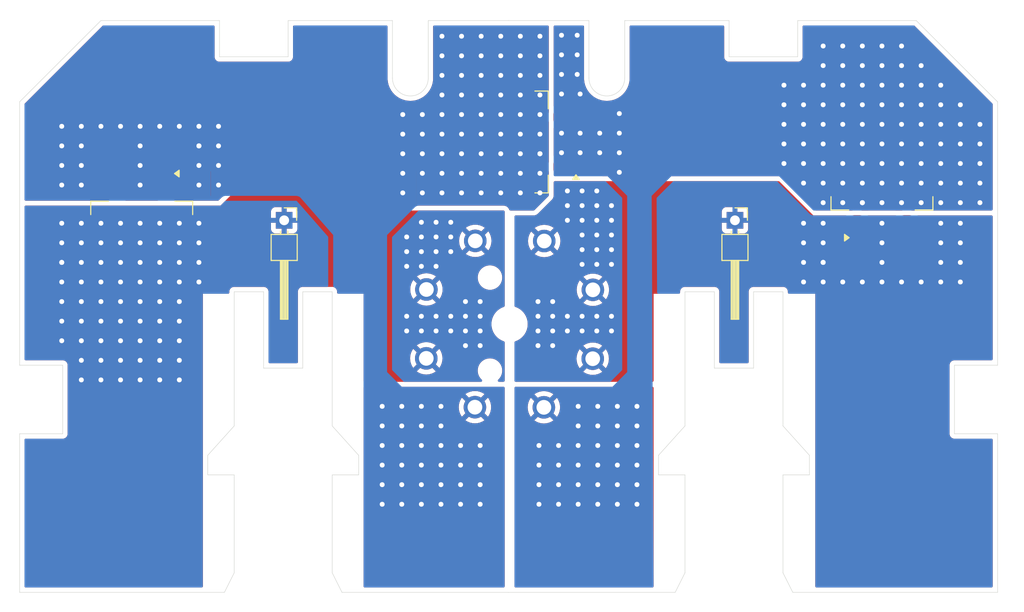
<source format=kicad_pcb>
(kicad_pcb (version 20240108) (generator "pcbnew") (generator_version "8.0")
  (layers (0 "F.Cu" signal) (31 "B.Cu" signal) (34 "B.Paste" user) (35 "F.Paste" user) (36 "B.SilkS" user "B.Silkscreen") (37 "F.SilkS" user "F.Silkscreen") (38 "B.Mask" user) (39 "F.Mask" user) (44 "Edge.Cuts" user))
  (net 0 "")
  (net 1 "/+")
  (net 2 "/-")
  (net 3 "Net-(D2-K)")
  (net 4 "Net-(D3-K)")
  (footprint "Package_TO_SOT_SMD:TO-263-2" (layer "F.Cu") (at 149.125 54 180)
    (property "Reference" "D2" (hide yes))
    (property "Value" "D_Schottky_Dual_CommonCathode_AKA" (hide yes))
    (pad "1" smd roundrect (at -7.65 -2.54 180) (size 4.6 1.1) (layers "F.Cu" "F.Paste" "F.Mask") (roundrect_rratio 0.227273) (net 4 "Net-(D3-K)"))
    (pad "2" smd roundrect (at -0.925 -2.775 180) (size 4.55 5.25) (layers "F.Cu" "F.Paste") (roundrect_rratio 0.054945) (net 3 "Net-(D2-K)"))
    (pad "2" smd roundrect (at -0.925 2.775 180) (size 4.55 5.25) (layers "F.Cu" "F.Paste") (roundrect_rratio 0.054945) (net 3 "Net-(D2-K)"))
    (pad "2" smd roundrect (at 1.5 0 180) (size 9.4 10.8) (layers "F.Cu" "F.Mask") (roundrect_rratio 0.026596) (net 3 "Net-(D2-K)"))
    (pad "2" smd roundrect (at 3.925 -2.775 180) (size 4.55 5.25) (layers "F.Cu" "F.Paste") (roundrect_rratio 0.054945) (net 3 "Net-(D2-K)"))
    (pad "2" smd roundrect (at 3.925 2.775 180) (size 4.55 5.25) (layers "F.Cu" "F.Paste") (roundrect_rratio 0.054945) (net 3 "Net-(D2-K)"))
    (pad "3" smd roundrect (at -7.65 2.54 180) (size 4.6 1.1) (layers "F.Cu" "F.Paste" "F.Mask") (roundrect_rratio 0.227273) (net 4 "Net-(D3-K)"))
  )
  (footprint "Connector_PinHeader_2.54mm:PinHeader_1x01_P2.54mm_Horizontal" (layer "F.Cu") (at 127 62 -90)
    (property "Reference" "J1" (hide yes))
    (property "Value" "Conn_01x01" (hide yes))
    (pad "1" thru_hole rect (at 0 0 270) (size 1.7 1.7) (drill 1) (layers "*.Cu" "*.Mask") (net 1 "/+"))
  )
  (footprint "RKL-Connectors:8pin-revolver" (layer "F.Cu") (at 150 72.6)
    (property "Reference" "J2" (hide yes))
    (property "Value" "Conn_01x08" (hide yes))
    (pad "" np_thru_hole circle (at -2 -4.75) (size 2 2) (drill 2) (layers "F&B.Cu" "*.Mask"))
    (pad "" np_thru_hole circle (at -2 4.75) (size 2 2) (drill 2) (layers "F&B.Cu" "*.Mask"))
    (pad "" np_thru_hole circle (at 0 0) (size 3.2 3.2) (drill 3.2) (layers "F&B.Cu" "*.Mask"))
    (pad "1" thru_hole circle (at -3.5 -8.5) (size 2.3 2.3) (drill 1.5) (layers "*.Cu" "*.Mask") (net 1 "/+"))
    (pad "2" thru_hole circle (at -8.485281 -3.535534) (size 2.3 2.3) (drill 1.5) (layers "*.Cu" "*.Mask") (net 1 "/+"))
    (pad "3" thru_hole circle (at -8.5 3.5) (size 2.3 2.3) (drill 1.5) (layers "*.Cu" "*.Mask") (net 1 "/+"))
    (pad "4" thru_hole circle (at -3.535534 8.485281) (size 2.3 2.3) (drill 1.5) (layers "*.Cu" "*.Mask") (net 3 "Net-(D2-K)"))
    (pad "5" thru_hole circle (at 3.5 8.5) (size 2.3 2.3) (drill 1.5) (layers "*.Cu" "*.Mask") (net 4 "Net-(D3-K)"))
    (pad "6" thru_hole circle (at 8.485281 3.535534) (size 2.3 2.3) (drill 1.5) (layers "*.Cu" "*.Mask") (net 2 "/-"))
    (pad "7" thru_hole circle (at 8.5 -3.5) (size 2.3 2.3) (drill 1.5) (layers "*.Cu" "*.Mask") (net 2 "/-"))
    (pad "8" thru_hole circle (at 3.535534 -8.485281) (size 2.3 2.3) (drill 1.5) (layers "*.Cu" "*.Mask") (net 2 "/-"))
  )
  (footprint "Package_TO_SOT_SMD:TO-263-2" (layer "F.Cu") (at 112.46 64.875 -90)
    (property "Reference" "D1" (hide yes))
    (property "Value" "D_Schottky_Dual_CommonCathode_AKA" (hide yes))
    (pad "1" smd roundrect (at -7.65 -2.54 270) (size 4.6 1.1) (layers "F.Cu" "F.Paste" "F.Mask") (roundrect_rratio 0.227273) (net 3 "Net-(D2-K)"))
    (pad "2" smd roundrect (at -0.925 -2.775 270) (size 4.55 5.25) (layers "F.Cu" "F.Paste") (roundrect_rratio 0.054945) (net 1 "/+"))
    (pad "2" smd roundrect (at -0.925 2.775 270) (size 4.55 5.25) (layers "F.Cu" "F.Paste") (roundrect_rratio 0.054945) (net 1 "/+"))
    (pad "2" smd roundrect (at 1.5 0 270) (size 9.4 10.8) (layers "F.Cu" "F.Mask") (roundrect_rratio 0.026596) (net 1 "/+"))
    (pad "2" smd roundrect (at 3.925 -2.775 270) (size 4.55 5.25) (layers "F.Cu" "F.Paste") (roundrect_rratio 0.054945) (net 1 "/+"))
    (pad "2" smd roundrect (at 3.925 2.775 270) (size 4.55 5.25) (layers "F.Cu" "F.Paste") (roundrect_rratio 0.054945) (net 1 "/+"))
    (pad "3" smd roundrect (at -7.65 2.54 270) (size 4.6 1.1) (layers "F.Cu" "F.Paste" "F.Mask") (roundrect_rratio 0.227273) (net 3 "Net-(D2-K)"))
  )
  (footprint "Connector_PinHeader_2.54mm:PinHeader_1x01_P2.54mm_Horizontal" (layer "F.Cu") (at 173 62 -90)
    (property "Reference" "J3" (hide yes))
    (property "Value" "Conn_01x01" (hide yes))
    (pad "1" thru_hole rect (at 0 0 270) (size 1.7 1.7) (drill 1) (layers "*.Cu" "*.Mask") (net 2 "/-"))
  )
  (footprint "Package_TO_SOT_SMD:TO-263-2" (layer "F.Cu") (at 188 56.125 90)
    (property "Reference" "D3" (hide yes))
    (property "Value" "D_Schottky_Dual_CommonCathode_AKA" (hide yes))
    (pad "1" smd roundrect (at -7.65 -2.54 90) (size 4.6 1.1) (layers "F.Cu" "F.Paste" "F.Mask") (roundrect_rratio 0.227273) (net 2 "/-"))
    (pad "2" smd roundrect (at -0.925 -2.775 90) (size 4.55 5.25) (layers "F.Cu" "F.Paste") (roundrect_rratio 0.054945) (net 4 "Net-(D3-K)"))
    (pad "2" smd roundrect (at -0.925 2.775 90) (size 4.55 5.25) (layers "F.Cu" "F.Paste") (roundrect_rratio 0.054945) (net 4 "Net-(D3-K)"))
    (pad "2" smd roundrect (at 1.5 0 90) (size 9.4 10.8) (layers "F.Cu" "F.Mask") (roundrect_rratio 0.026596) (net 4 "Net-(D3-K)"))
    (pad "2" smd roundrect (at 3.925 -2.775 90) (size 4.55 5.25) (layers "F.Cu" "F.Paste") (roundrect_rratio 0.054945) (net 4 "Net-(D3-K)"))
    (pad "2" smd roundrect (at 3.925 2.775 90) (size 4.55 5.25) (layers "F.Cu" "F.Paste") (roundrect_rratio 0.054945) (net 4 "Net-(D3-K)"))
    (pad "3" smd roundrect (at -7.65 2.54 90) (size 4.6 1.1) (layers "F.Cu" "F.Paste" "F.Mask") (roundrect_rratio 0.227273) (net 2 "/-"))
  )
  (gr_line (start 138.05 47.475) (end 138.05 41.6) (stroke (width 0.05)) (layer "Edge.Cuts"))
  (gr_line (start 177.9 69.3) (end 174.9 69.3) (stroke (width 0.05)) (layer "Edge.Cuts"))
  (gr_line (start 161.75 47.475) (end 161.75 41.6) (stroke (width 0.05)) (layer "Edge.Cuts"))
  (gr_line (start 167.9 69.3) (end 170.9 69.3) (stroke (width 0.05)) (layer "Edge.Cuts"))
  (gr_line (start 167.9 83) (end 167.9 69.3) (stroke (width 0.05)) (layer "Edge.Cuts"))
  (gr_line (start 121.9 98) (end 121.9 88) (stroke (width 0.05)) (layer "Edge.Cuts"))
  (gr_line (start 180.6 86) (end 177.9 83) (stroke (width 0.05)) (layer "Edge.Cuts"))
  (gr_line (start 165.2 88) (end 165.2 86) (stroke (width 0.05)) (layer "Edge.Cuts"))
  (gr_line (start 124.9 69.3) (end 124.9 77.1) (stroke (width 0.05)) (layer "Edge.Cuts"))
  (gr_line (start 177.9 83) (end 177.9 69.3) (stroke (width 0.05)) (layer "Edge.Cuts"))
  (gr_line (start 100 100) (end 120.9 100) (stroke (width 0.05)) (layer "Edge.Cuts"))
  (gr_line (start 131.9 83) (end 131.9 69.3) (stroke (width 0.05)) (layer "Edge.Cuts"))
  (gr_line (start 199.8 76.8) (end 195.4 76.8) (stroke (width 0.05)) (layer "Edge.Cuts"))
  (gr_line (start 199.8 83.8) (end 199.8 100) (stroke (width 0.05)) (layer "Edge.Cuts"))
  (gr_line (start 121.9 69.3) (end 124.9 69.3) (stroke (width 0.05)) (layer "Edge.Cuts"))
  (gr_line (start 134.6 86) (end 131.9 83) (stroke (width 0.05)) (layer "Edge.Cuts"))
  (gr_line (start 131.9 69.3) (end 128.9 69.3) (stroke (width 0.05)) (layer "Edge.Cuts"))
  (gr_line (start 199.8 49.9) (end 191.5 41.6) (stroke (width 0.05)) (layer "Edge.Cuts"))
  (gr_line (start 174.9 69.3) (end 174.9 77.1) (stroke (width 0.05)) (layer "Edge.Cuts"))
  (gr_line (start 177.9 88) (end 180.6 88) (stroke (width 0.05)) (layer "Edge.Cuts"))
  (gr_line (start 100 49.9) (end 108.3 41.6) (stroke (width 0.05)) (layer "Edge.Cuts"))
  (gr_line (start 119.2 86) (end 121.9 83) (stroke (width 0.05)) (layer "Edge.Cuts"))
  (gr_line (start 128.9 69.3) (end 128.9 77.1) (stroke (width 0.05)) (layer "Edge.Cuts"))
  (gr_line (start 172.4 45.3) (end 179.4 45.3) (stroke (width 0.05)) (layer "Edge.Cuts"))
  (gr_line (start 121.9 88) (end 119.2 88) (stroke (width 0.05)) (layer "Edge.Cuts"))
  (gr_line (start 167.9 98) (end 167.9 88) (stroke (width 0.05)) (layer "Edge.Cuts"))
  (gr_line (start 134.6 88) (end 134.6 86) (stroke (width 0.05)) (layer "Edge.Cuts"))
  (gr_line (start 172.4 41.6) (end 161.75 41.6) (stroke (width 0.05)) (layer "Edge.Cuts"))
  (gr_line (start 127.4 41.6) (end 138.05 41.6) (stroke (width 0.05)) (layer "Edge.Cuts"))
  (gr_line (start 132.9 100) (end 149.9 100) (stroke (width 0.05)) (layer "Edge.Cuts"))
  (gr_line (start 199.8 100) (end 178.9 100) (stroke (width 0.05)) (layer "Edge.Cuts"))
  (gr_line (start 191.5 41.6) (end 179.4 41.6) (stroke (width 0.05)) (layer "Edge.Cuts"))
  (gr_line (start 166.9 100) (end 149.9 100) (stroke (width 0.05)) (layer "Edge.Cuts"))
  (gr_line (start 120.9 100) (end 121.9 98) (stroke (width 0.05)) (layer "Edge.Cuts"))
  (gr_line (start 195.4 83.8) (end 199.8 83.8) (stroke (width 0.05)) (layer "Edge.Cuts"))
  (gr_line (start 195.4 76.8) (end 195.4 83.8) (stroke (width 0.05)) (layer "Edge.Cuts"))
  (gr_line (start 100 83.8) (end 100 100) (stroke (width 0.05)) (layer "Edge.Cuts"))
  (gr_line (start 174.9 77.1) (end 170.9 77.1) (stroke (width 0.05)) (layer "Edge.Cuts"))
  (gr_line (start 120.4 45.3) (end 120.4 41.6) (stroke (width 0.05)) (layer "Edge.Cuts"))
  (gr_line (start 127.4 45.3) (end 120.4 45.3) (stroke (width 0.05)) (layer "Edge.Cuts"))
  (gr_line (start 166.9 100) (end 167.9 98) (stroke (width 0.05)) (layer "Edge.Cuts"))
  (gr_line (start 165.2 86) (end 167.9 83) (stroke (width 0.05)) (layer "Edge.Cuts"))
  (gr_line (start 121.9 83) (end 121.9 69.3) (stroke (width 0.05)) (layer "Edge.Cuts"))
  (gr_line (start 172.4 45.3) (end 172.4 41.6) (stroke (width 0.05)) (layer "Edge.Cuts"))
  (gr_line (start 179.4 45.3) (end 179.4 41.6) (stroke (width 0.05)) (layer "Edge.Cuts"))
  (gr_line (start 131.9 88) (end 134.6 88) (stroke (width 0.05)) (layer "Edge.Cuts"))
  (gr_line (start 158.1 47.475) (end 158.1 41.6) (stroke (width 0.05)) (layer "Edge.Cuts"))
  (gr_arc (start 161.75 47.475) (mid 159.925 49.3) (end 158.1 47.475) (stroke (width 0.05)) (layer "Edge.Cuts"))
  (gr_line (start 141.7 41.6) (end 149.9 41.6) (stroke (width 0.05)) (layer "Edge.Cuts"))
  (gr_line (start 178.9 100) (end 177.9 98) (stroke (width 0.05)) (layer "Edge.Cuts"))
  (gr_line (start 127.4 45.3) (end 127.4 41.6) (stroke (width 0.05)) (layer "Edge.Cuts"))
  (gr_line (start 104.4 83.8) (end 100 83.8) (stroke (width 0.05)) (layer "Edge.Cuts"))
  (gr_line (start 119.2 88) (end 119.2 86) (stroke (width 0.05)) (layer "Edge.Cuts"))
  (gr_line (start 167.9 88) (end 165.2 88) (stroke (width 0.05)) (layer "Edge.Cuts"))
  (gr_line (start 131.9 98) (end 131.9 88) (stroke (width 0.05)) (layer "Edge.Cuts"))
  (gr_line (start 158.1 41.6) (end 149.9 41.6) (stroke (width 0.05)) (layer "Edge.Cuts"))
  (gr_line (start 141.7 47.475) (end 141.7 41.6) (stroke (width 0.05)) (layer "Edge.Cuts"))
  (gr_line (start 108.3 41.6) (end 120.4 41.6) (stroke (width 0.05)) (layer "Edge.Cuts"))
  (gr_line (start 199.8 49.9) (end 199.8 76.8) (stroke (width 0.05)) (layer "Edge.Cuts"))
  (gr_line (start 132.9 100) (end 131.9 98) (stroke (width 0.05)) (layer "Edge.Cuts"))
  (gr_line (start 104.4 76.8) (end 104.4 83.8) (stroke (width 0.05)) (layer "Edge.Cuts"))
  (gr_line (start 124.9 77.1) (end 128.9 77.1) (stroke (width 0.05)) (layer "Edge.Cuts"))
  (gr_arc (start 141.7 47.475) (mid 139.875 49.3) (end 138.05 47.475) (stroke (width 0.05)) (layer "Edge.Cuts"))
  (gr_line (start 100 49.9) (end 100 76.8) (stroke (width 0.05)) (layer "Edge.Cuts"))
  (gr_line (start 170.9 69.3) (end 170.9 77.1) (stroke (width 0.05)) (layer "Edge.Cuts"))
  (gr_line (start 100 76.8) (end 104.4 76.8) (stroke (width 0.05)) (layer "Edge.Cuts"))
  (gr_line (start 177.9 98) (end 177.9 88) (stroke (width 0.05)) (layer "Edge.Cuts"))
  (gr_line (start 180.6 88) (end 180.6 86) (stroke (width 0.05)) (layer "Edge.Cuts"))
  (via (at 104.3 74.3) (size 0.8) (drill 0.5) (layers "F.Cu" "B.Cu") (net 1))
  (via (at 106.3 78.3) (size 0.8) (drill 0.5) (layers "F.Cu" "B.Cu") (net 1))
  (via (at 116.3 66.3) (size 0.8) (drill 0.5) (layers "F.Cu" "B.Cu") (net 1))
  (via (at 118.3 66.3) (size 0.8) (drill 0.5) (layers "F.Cu" "B.Cu") (net 1))
  (via (at 112.3 64.3) (size 0.8) (drill 0.5) (layers "F.Cu" "B.Cu") (net 1))
  (via (at 114.3 78.3) (size 0.8) (drill 0.5) (layers "F.Cu" "B.Cu") (net 1))
  (via (at 139.5 63.7) (size 0.8) (drill 0.5) (layers "F.Cu" "B.Cu") (net 1))
  (via (at 108.3 62.3) (size 0.8) (drill 0.5) (layers "F.Cu" "B.Cu") (net 1))
  (via (at 114.3 70.3) (size 0.8) (drill 0.5) (layers "F.Cu" "B.Cu") (net 1))
  (via (at 112.3 66.3) (size 0.8) (drill 0.5) (layers "F.Cu" "B.Cu") (net 1))
  (via (at 108.3 66.3) (size 0.8) (drill 0.5) (layers "F.Cu" "B.Cu") (net 1))
  (via (at 116.3 62.3) (size 0.8) (drill 0.5) (layers "F.Cu" "B.Cu") (net 1))
  (via (at 144 65.2) (size 0.8) (drill 0.5) (layers "F.Cu" "B.Cu") (net 1))
  (via (at 110.3 66.3) (size 0.8) (drill 0.5) (layers "F.Cu" "B.Cu") (net 1))
  (via (at 112.3 70.3) (size 0.8) (drill 0.5) (layers "F.Cu" "B.Cu") (net 1))
  (via (at 141 66.7) (size 0.8) (drill 0.5) (layers "F.Cu" "B.Cu") (net 1))
  (via (at 142.5 65.2) (size 0.8) (drill 0.5) (layers "F.Cu" "B.Cu") (net 1))
  (via (at 104.3 68.3) (size 0.8) (drill 0.5) (layers "F.Cu" "B.Cu") (net 1))
  (via (at 110.3 74.3) (size 0.8) (drill 0.5) (layers "F.Cu" "B.Cu") (net 1))
  (via (at 104.3 66.3) (size 0.8) (drill 0.5) (layers "F.Cu" "B.Cu") (net 1))
  (via (at 110.3 72.3) (size 0.8) (drill 0.5) (layers "F.Cu" "B.Cu") (net 1))
  (via (at 110.3 70.3) (size 0.8) (drill 0.5) (layers "F.Cu" "B.Cu") (net 1))
  (via (at 139.5 71.8) (size 0.8) (drill 0.5) (layers "F.Cu" "B.Cu") (net 1))
  (via (at 118.3 64.3) (size 0.8) (drill 0.5) (layers "F.Cu" "B.Cu") (net 1))
  (via (at 104.3 62.3) (size 0.8) (drill 0.5) (layers "F.Cu" "B.Cu") (net 1))
  (via (at 139.5 73.3) (size 0.8) (drill 0.5) (layers "F.Cu" "B.Cu") (net 1))
  (via (at 108.3 76.3) (size 0.8) (drill 0.5) (layers "F.Cu" "B.Cu") (net 1))
  (via (at 106.3 72.3) (size 0.8) (drill 0.5) (layers "F.Cu" "B.Cu") (net 1))
  (via (at 116.3 74.3) (size 0.8) (drill 0.5) (layers "F.Cu" "B.Cu") (net 1))
  (via (at 114.3 68.3) (size 0.8) (drill 0.5) (layers "F.Cu" "B.Cu") (net 1))
  (via (at 114.3 64.3) (size 0.8) (drill 0.5) (layers "F.Cu" "B.Cu") (net 1))
  (via (at 147 74.8) (size 0.8) (drill 0.5) (layers "F.Cu" "B.Cu") (net 1))
  (via (at 145.5 74.8) (size 0.8) (drill 0.5) (layers "F.Cu" "B.Cu") (net 1))
  (via (at 108.3 64.3) (size 0.8) (drill 0.5) (layers "F.Cu" "B.Cu") (net 1))
  (via (at 141 62.2) (size 0.8) (drill 0.5) (layers "F.Cu" "B.Cu") (net 1))
  (via (at 144 62.2) (size 0.8) (drill 0.5) (layers "F.Cu" "B.Cu") (net 1))
  (via (at 106.3 62.3) (size 0.8) (drill 0.5) (layers "F.Cu" "B.Cu") (net 1))
  (via (at 106.3 66.3) (size 0.8) (drill 0.5) (layers "F.Cu" "B.Cu") (net 1))
  (via (at 141 71.8) (size 0.8) (drill 0.5) (layers "F.Cu" "B.Cu") (net 1))
  (via (at 141 73.3) (size 0.8) (drill 0.5) (layers "F.Cu" "B.Cu") (net 1))
  (via (at 104.3 70.3) (size 0.8) (drill 0.5) (layers "F.Cu" "B.Cu") (net 1))
  (via (at 104.3 64.3) (size 0.8) (drill 0.5) (layers "F.Cu" "B.Cu") (net 1))
  (via (at 112.3 74.3) (size 0.8) (drill 0.5) (layers "F.Cu" "B.Cu") (net 1))
  (via (at 139.5 66.7) (size 0.8) (drill 0.5) (layers "F.Cu" "B.Cu") (net 1))
  (via (at 116.3 70.3) (size 0.8) (drill 0.5) (layers "F.Cu" "B.Cu") (net 1))
  (via (at 139.5 65.2) (size 0.8) (drill 0.5) (layers "F.Cu" "B.Cu") (net 1))
  (via (at 112.3 76.3) (size 0.8) (drill 0.5) (layers "F.Cu" "B.Cu") (net 1))
  (via (at 141 63.7) (size 0.8) (drill 0.5) (layers "F.Cu" "B.Cu") (net 1))
  (via (at 106.3 68.3) (size 0.8) (drill 0.5) (layers "F.Cu" "B.Cu") (net 1))
  (via (at 106.3 76.3) (size 0.8) (drill 0.5) (layers "F.Cu" "B.Cu") (net 1))
  (via (at 145.5 71.8) (size 0.8) (drill 0.5) (layers "F.Cu" "B.Cu") (net 1))
  (via (at 116.3 72.3) (size 0.8) (drill 0.5) (layers "F.Cu" "B.Cu") (net 1))
  (via (at 114.3 66.3) (size 0.8) (drill 0.5) (layers "F.Cu" "B.Cu") (net 1))
  (via (at 142.5 66.7) (size 0.8) (drill 0.5) (layers "F.Cu" "B.Cu") (net 1))
  (via (at 106.3 64.3) (size 0.8) (drill 0.5) (layers "F.Cu" "B.Cu") (net 1))
  (via (at 114.3 72.3) (size 0.8) (drill 0.5) (layers "F.Cu" "B.Cu") (net 1))
  (via (at 142.5 73.3) (size 0.8) (drill 0.5) (layers "F.Cu" "B.Cu") (net 1))
  (via (at 114.3 74.3) (size 0.8) (drill 0.5) (layers "F.Cu" "B.Cu") (net 1))
  (via (at 106.3 70.3) (size 0.8) (drill 0.5) (layers "F.Cu" "B.Cu") (net 1))
  (via (at 108.3 74.3) (size 0.8) (drill 0.5) (layers "F.Cu" "B.Cu") (net 1))
  (via (at 110.3 78.3) (size 0.8) (drill 0.5) (layers "F.Cu" "B.Cu") (net 1))
  (via (at 147 73.3) (size 0.8) (drill 0.5) (layers "F.Cu" "B.Cu") (net 1))
  (via (at 145.5 70.3) (size 0.8) (drill 0.5) (layers "F.Cu" "B.Cu") (net 1))
  (via (at 108.3 78.3) (size 0.8) (drill 0.5) (layers "F.Cu" "B.Cu") (net 1))
  (via (at 141 65.2) (size 0.8) (drill 0.5) (layers "F.Cu" "B.Cu") (net 1))
  (via (at 110.3 64.3) (size 0.8) (drill 0.5) (layers "F.Cu" "B.Cu") (net 1))
  (via (at 116.3 78.3) (size 0.8) (drill 0.5) (layers "F.Cu" "B.Cu") (net 1))
  (via (at 104.3 66.3) (size 0.8) (drill 0.5) (layers "F.Cu" "B.Cu") (net 1))
  (via (at 144 71.8) (size 0.8) (drill 0.5) (layers "F.Cu" "B.Cu") (net 1))
  (via (at 108.3 72.3) (size 0.8) (drill 0.5) (layers "F.Cu" "B.Cu") (net 1))
  (via (at 142.5 71.8) (size 0.8) (drill 0.5) (layers "F.Cu" "B.Cu") (net 1))
  (via (at 118.3 62.3) (size 0.8) (drill 0.5) (layers "F.Cu" "B.Cu") (net 1))
  (via (at 112.3 72.3) (size 0.8) (drill 0.5) (layers "F.Cu" "B.Cu") (net 1))
  (via (at 108.3 68.3) (size 0.8) (drill 0.5) (layers "F.Cu" "B.Cu") (net 1))
  (via (at 112.3 68.3) (size 0.8) (drill 0.5) (layers "F.Cu" "B.Cu") (net 1))
  (via (at 104.3 72.3) (size 0.8) (drill 0.5) (layers "F.Cu" "B.Cu") (net 1))
  (via (at 142.5 63.7) (size 0.8) (drill 0.5) (layers "F.Cu" "B.Cu") (net 1))
  (via (at 112.3 62.3) (size 0.8) (drill 0.5) (layers "F.Cu" "B.Cu") (net 1))
  (via (at 116.3 64.3) (size 0.8) (drill 0.5) (layers "F.Cu" "B.Cu") (net 1))
  (via (at 110.3 62.3) (size 0.8) (drill 0.5) (layers "F.Cu" "B.Cu") (net 1))
  (via (at 144 63.7) (size 0.8) (drill 0.5) (layers "F.Cu" "B.Cu") (net 1))
  (via (at 118.3 68.3) (size 0.8) (drill 0.5) (layers "F.Cu" "B.Cu") (net 1))
  (via (at 114.3 62.3) (size 0.8) (drill 0.5) (layers "F.Cu" "B.Cu") (net 1))
  (via (at 106.3 74.3) (size 0.8) (drill 0.5) (layers "F.Cu" "B.Cu") (net 1))
  (via (at 116.3 76.3) (size 0.8) (drill 0.5) (layers "F.Cu" "B.Cu") (net 1))
  (via (at 145.5 73.3) (size 0.8) (drill 0.5) (layers "F.Cu" "B.Cu") (net 1))
  (via (at 110.3 76.3) (size 0.8) (drill 0.5) (layers "F.Cu" "B.Cu") (net 1))
  (via (at 142.5 62.2) (size 0.8) (drill 0.5) (layers "F.Cu" "B.Cu") (net 1))
  (via (at 114.3 76.3) (size 0.8) (drill 0.5) (layers "F.Cu" "B.Cu") (net 1))
  (via (at 144 73.3) (size 0.8) (drill 0.5) (layers "F.Cu" "B.Cu") (net 1))
  (via (at 147 71.8) (size 0.8) (drill 0.5) (layers "F.Cu" "B.Cu") (net 1))
  (via (at 108.3 70.3) (size 0.8) (drill 0.5) (layers "F.Cu" "B.Cu") (net 1))
  (via (at 116.3 68.3) (size 0.8) (drill 0.5) (layers "F.Cu" "B.Cu") (net 1))
  (via (at 147 70.3) (size 0.8) (drill 0.5) (layers "F.Cu" "B.Cu") (net 1))
  (via (at 112.3 78.3) (size 0.8) (drill 0.5) (layers "F.Cu" "B.Cu") (net 1))
  (via (at 110.3 68.3) (size 0.8) (drill 0.5) (layers "F.Cu" "B.Cu") (net 1))
  (via (at 154.4 74.8) (size 0.8) (drill 0.5) (layers "F.Cu" "B.Cu") (net 2))
  (via (at 157.4 63.5) (size 0.8) (drill 0.5) (layers "F.Cu" "B.Cu") (net 2))
  (via (at 188 66.3) (size 0.8) (drill 0.5) (layers "F.Cu" "B.Cu") (net 2))
  (via (at 194 66.3) (size 0.8) (drill 0.5) (layers "F.Cu" "B.Cu") (net 2))
  (via (at 155.9 71.8) (size 0.8) (drill 0.5) (layers "F.Cu" "B.Cu") (net 2))
  (via (at 182 66.3) (size 0.8) (drill 0.5) (layers "F.Cu" "B.Cu") (net 2))
  (via (at 160.4 63.5) (size 0.8) (drill 0.5) (layers "F.Cu" "B.Cu") (net 2))
  (via (at 155.9 60.5) (size 0.8) (drill 0.5) (layers "F.Cu" "B.Cu") (net 2))
  (via (at 186 68.3) (size 0.8) (drill 0.5) (layers "F.Cu" "B.Cu") (net 2))
  (via (at 158.9 59) (size 0.8) (drill 0.5) (layers "F.Cu" "B.Cu") (net 2))
  (via (at 160.4 71.8) (size 0.8) (drill 0.5) (layers "F.Cu" "B.Cu") (net 2))
  (via (at 154.4 70.3) (size 0.8) (drill 0.5) (layers "F.Cu" "B.Cu") (net 2))
  (via (at 152.9 70.3) (size 0.8) (drill 0.5) (layers "F.Cu" "B.Cu") (net 2))
  (via (at 194 64.3) (size 0.8) (drill 0.5) (layers "F.Cu" "B.Cu") (net 2))
  (via (at 155.9 59) (size 0.8) (drill 0.5) (layers "F.Cu" "B.Cu") (net 2))
  (via (at 158.9 62) (size 0.8) (drill 0.5) (layers "F.Cu" "B.Cu") (net 2))
  (via (at 158.9 65) (size 0.8) (drill 0.5) (layers "F.Cu" "B.Cu") (net 2))
  (via (at 160.4 66.5) (size 0.8) (drill 0.5) (layers "F.Cu" "B.Cu") (net 2))
  (via (at 182 68.3) (size 0.8) (drill 0.5) (layers "F.Cu" "B.Cu") (net 2))
  (via (at 158.9 71.8) (size 0.8) (drill 0.5) (layers "F.Cu" "B.Cu") (net 2))
  (via (at 158.9 63.5) (size 0.8) (drill 0.5) (layers "F.Cu" "B.Cu") (net 2))
  (via (at 152.9 71.8) (size 0.8) (drill 0.5) (layers "F.Cu" "B.Cu") (net 2))
  (via (at 158.9 73.3) (size 0.8) (drill 0.5) (layers "F.Cu" "B.Cu") (net 2))
  (via (at 194 68.3) (size 0.8) (drill 0.5) (layers "F.Cu" "B.Cu") (net 2))
  (via (at 157.4 65) (size 0.8) (drill 0.5) (layers "F.Cu" "B.Cu") (net 2))
  (via (at 152.9 73.3) (size 0.8) (drill 0.5) (layers "F.Cu" "B.Cu") (net 2))
  (via (at 192 68.3) (size 0.8) (drill 0.5) (layers "F.Cu" "B.Cu") (net 2))
  (via (at 158.9 60.5) (size 0.8) (drill 0.5) (layers "F.Cu" "B.Cu") (net 2))
  (via (at 154.4 73.3) (size 0.8) (drill 0.5) (layers "F.Cu" "B.Cu") (net 2))
  (via (at 194 62.3) (size 0.8) (drill 0.5) (layers "F.Cu" "B.Cu") (net 2))
  (via (at 157.4 62) (size 0.8) (drill 0.5) (layers "F.Cu" "B.Cu") (net 2))
  (via (at 152.9 74.8) (size 0.8) (drill 0.5) (layers "F.Cu" "B.Cu") (net 2))
  (via (at 196 64.3) (size 0.8) (drill 0.5) (layers "F.Cu" "B.Cu") (net 2))
  (via (at 160.4 60.5) (size 0.8) (drill 0.5) (layers "F.Cu" "B.Cu") (net 2))
  (via (at 160.4 73.3) (size 0.8) (drill 0.5) (layers "F.Cu" "B.Cu") (net 2))
  (via (at 182 64.3) (size 0.8) (drill 0.5) (layers "F.Cu" "B.Cu") (net 2))
  (via (at 157.4 60.5) (size 0.8) (drill 0.5) (layers "F.Cu" "B.Cu") (net 2))
  (via (at 190 68.3) (size 0.8) (drill 0.5) (layers "F.Cu" "B.Cu") (net 2))
  (via (at 157.4 59) (size 0.8) (drill 0.5) (layers "F.Cu" "B.Cu") (net 2))
  (via (at 180 68.3) (size 0.8) (drill 0.5) (layers "F.Cu" "B.Cu") (net 2))
  (via (at 155.9 73.3) (size 0.8) (drill 0.5) (layers "F.Cu" "B.Cu") (net 2))
  (via (at 196 68.3) (size 0.8) (drill 0.5) (layers "F.Cu" "B.Cu") (net 2))
  (via (at 196 66.3) (size 0.8) (drill 0.5) (layers "F.Cu" "B.Cu") (net 2))
  (via (at 157.4 71.8) (size 0.8) (drill 0.5) (layers "F.Cu" "B.Cu") (net 2))
  (via (at 188 64.3) (size 0.8) (drill 0.5) (layers "F.Cu" "B.Cu") (net 2))
  (via (at 157.4 66.5) (size 0.8) (drill 0.5) (layers "F.Cu" "B.Cu") (net 2))
  (via (at 155.9 62) (size 0.8) (drill 0.5) (layers "F.Cu" "B.Cu") (net 2))
  (via (at 180 66.3) (size 0.8) (drill 0.5) (layers "F.Cu" "B.Cu") (net 2))
  (via (at 160.4 62) (size 0.8) (drill 0.5) (layers "F.Cu" "B.Cu") (net 2))
  (via (at 188 62.3) (size 0.8) (drill 0.5) (layers "F.Cu" "B.Cu") (net 2))
  (via (at 158.9 66.5) (size 0.8) (drill 0.5) (layers "F.Cu" "B.Cu") (net 2))
  (via (at 180 62.3) (size 0.8) (drill 0.5) (layers "F.Cu" "B.Cu") (net 2))
  (via (at 196 62.3) (size 0.8) (drill 0.5) (layers "F.Cu" "B.Cu") (net 2))
  (via (at 180 64.3) (size 0.8) (drill 0.5) (layers "F.Cu" "B.Cu") (net 2))
  (via (at 160.4 65) (size 0.8) (drill 0.5) (layers "F.Cu" "B.Cu") (net 2))
  (via (at 182 62.3) (size 0.8) (drill 0.5) (layers "F.Cu" "B.Cu") (net 2))
  (via (at 157.4 73.3) (size 0.8) (drill 0.5) (layers "F.Cu" "B.Cu") (net 2))
  (via (at 188 68.3) (size 0.8) (drill 0.5) (layers "F.Cu" "B.Cu") (net 2))
  (via (at 184 68.3) (size 0.8) (drill 0.5) (layers "F.Cu" "B.Cu") (net 2))
  (via (at 182 66.3) (size 0.8) (drill 0.5) (layers "F.Cu" "B.Cu") (net 2))
  (via (at 154.4 71.8) (size 0.8) (drill 0.5) (layers "F.Cu" "B.Cu") (net 2))
  (via (at 145.1 47.2) (size 0.8) (drill 0.5) (layers "F.Cu" "B.Cu") (net 3))
  (via (at 151.1 51.2) (size 0.8) (drill 0.5) (layers "F.Cu" "B.Cu") (net 3))
  (via (at 143.1 43.2) (size 0.8) (drill 0.5) (layers "F.Cu" "B.Cu") (net 3))
  (via (at 104.3 52.4) (size 0.8) (drill 0.5) (layers "F.Cu" "B.Cu") (net 3))
  (via (at 145.1 45.2) (size 0.8) (drill 0.5) (layers "F.Cu" "B.Cu") (net 3))
  (via (at 112.3 54.4) (size 0.8) (drill 0.5) (layers "F.Cu" "B.Cu") (net 3))
  (via (at 153.1 51.2) (size 0.8) (drill 0.5) (layers "F.Cu" "B.Cu") (net 3))
  (via (at 143.1 59.2) (size 0.8) (drill 0.5) (layers "F.Cu" "B.Cu") (net 3))
  (via (at 143.1 49.2) (size 0.8) (drill 0.5) (layers "F.Cu" "B.Cu") (net 3))
  (via (at 151.1 59.2) (size 0.8) (drill 0.5) (layers "F.Cu" "B.Cu") (net 3))
  (via (at 141.1 57.2) (size 0.8) (drill 0.5) (layers "F.Cu" "B.Cu") (net 3))
  (via (at 108.3 52.4) (size 0.8) (drill 0.5) (layers "F.Cu" "B.Cu") (net 3))
  (via (at 145 91) (size 0.8) (drill 0.5) (layers "F.Cu" "B.Cu") (net 3))
  (via (at 145.1 51.2) (size 0.8) (drill 0.5) (layers "F.Cu" "B.Cu") (net 3))
  (via (at 143 87) (size 0.8) (drill 0.5) (layers "F.Cu" "B.Cu") (net 3))
  (via (at 141.1 53.2) (size 0.8) (drill 0.5) (layers "F.Cu" "B.Cu") (net 3))
  (via (at 139 81) (size 0.8) (drill 0.5) (layers "F.Cu" "B.Cu") (net 3))
  (via (at 147.1 43.2) (size 0.8) (drill 0.5) (layers "F.Cu" "B.Cu") (net 3))
  (via (at 137 91) (size 0.8) (drill 0.5) (layers "F.Cu" "B.Cu") (net 3))
  (via (at 149.1 55.2) (size 0.8) (drill 0.5) (layers "F.Cu" "B.Cu") (net 3))
  (via (at 120.3 58.4) (size 0.8) (drill 0.5) (layers "F.Cu" "B.Cu") (net 3))
  (via (at 143.1 55.2) (size 0.8) (drill 0.5) (layers "F.Cu" "B.Cu") (net 3))
  (via (at 153.1 49.2) (size 0.8) (drill 0.5) (layers "F.Cu" "B.Cu") (net 3))
  (via (at 137 87) (size 0.8) (drill 0.5) (layers "F.Cu" "B.Cu") (net 3))
  (via (at 149.1 47.2) (size 0.8) (drill 0.5) (layers "F.Cu" "B.Cu") (net 3))
  (via (at 145.1 59.2) (size 0.8) (drill 0.5) (layers "F.Cu" "B.Cu") (net 3))
  (via (at 112.3 58.4) (size 0.8) (drill 0.5) (layers "F.Cu" "B.Cu") (net 3))
  (via (at 147.1 57.2) (size 0.8) (drill 0.5) (layers "F.Cu" "B.Cu") (net 3))
  (via (at 149.1 51.2) (size 0.8) (drill 0.5) (layers "F.Cu" "B.Cu") (net 3))
  (via (at 145.1 55.2) (size 0.8) (drill 0.5) (layers "F.Cu" "B.Cu") (net 3))
  (via (at 114.3 52.4) (size 0.8) (drill 0.5) (layers "F.Cu" "B.Cu") (net 3))
  (via (at 118.3 58.4) (size 0.8) (drill 0.5) (layers "F.Cu" "B.Cu") (net 3))
  (via (at 139.1 55.2) (size 0.8) (drill 0.5) (layers "F.Cu" "B.Cu") (net 3))
  (via (at 143.1 47.2) (size 0.8) (drill 0.5) (layers "F.Cu" "B.Cu") (net 3))
  (via (at 145 89) (size 0.8) (drill 0.5) (layers "F.Cu" "B.Cu") (net 3))
  (via (at 139.1 57.2) (size 0.8) (drill 0.5) (layers "F.Cu" "B.Cu") (net 3))
  (via (at 143 91) (size 0.8) (drill 0.5) (layers "F.Cu" "B.Cu") (net 3))
  (via (at 139 83) (size 0.8) (drill 0.5) (layers "F.Cu" "B.Cu") (net 3))
  (via (at 145.1 57.2) (size 0.8) (drill 0.5) (layers "F.Cu" "B.Cu") (net 3))
  (via (at 147 91) (size 0.8) (drill 0.5) (layers "F.Cu" "B.Cu") (net 3))
  (via (at 149.1 59.2) (size 0.8) (drill 0.5) (layers "F.Cu" "B.Cu") (net 3))
  (via (at 153.1 45.2) (size 0.8) (drill 0.5) (layers "F.Cu" "B.Cu") (net 3))
  (via (at 149.1 45.2) (size 0.8) (drill 0.5) (layers "F.Cu" "B.Cu") (net 3))
  (via (at 106.3 56.4) (size 0.8) (drill 0.5) (layers "F.Cu" "B.Cu") (net 3))
  (via (at 139.1 59.2) (size 0.8) (drill 0.5) (layers "F.Cu" "B.Cu") (net 3))
  (via (at 120.3 52.4) (size 0.8) (drill 0.5) (layers "F.Cu" "B.Cu") (net 3))
  (via (at 143 89) (size 0.8) (drill 0.5) (layers "F.Cu" "B.Cu") (net 3))
  (via (at 106.3 54.4) (size 0.8) (drill 0.5) (layers "F.Cu" "B.Cu") (net 3))
  (via (at 151.1 47.2) (size 0.8) (drill 0.5) (layers "F.Cu" "B.Cu") (net 3))
  (via (at 139 91) (size 0.8) (drill 0.5) (layers "F.Cu" "B.Cu") (net 3))
  (via (at 116.3 52.4) (size 0.8) (drill 0.5) (layers "F.Cu" "B.Cu") (net 3))
  (via (at 120.3 54.4) (size 0.8) (drill 0.5) (layers "F.Cu" "B.Cu") (net 3))
  (via (at 141 89) (size 0.8) (drill 0.5) (layers "F.Cu" "B.Cu") (net 3))
  (via (at 139.1 53.2) (size 0.8) (drill 0.5) (layers "F.Cu" "B.Cu") (net 3))
  (via (at 118.3 54.4) (size 0.8) (drill 0.5) (layers "F.Cu" "B.Cu") (net 3))
  (via (at 106.3 52.4) (size 0.8) (drill 0.5) (layers "F.Cu" "B.Cu") (net 3))
  (via (at 143.1 45.2) (size 0.8) (drill 0.5) (layers "F.Cu" "B.Cu") (net 3))
  (via (at 145 85) (size 0.8) (drill 0.5) (layers "F.Cu" "B.Cu") (net 3))
  (via (at 147.1 49.2) (size 0.8) (drill 0.5) (layers "F.Cu" "B.Cu") (net 3))
  (via (at 149.1 49.2) (size 0.8) (drill 0.5) (layers "F.Cu" "B.Cu") (net 3))
  (via (at 112.3 52.4) (size 0.8) (drill 0.5) (layers "F.Cu" "B.Cu") (net 3))
  (via (at 139.1 51.2) (size 0.8) (drill 0.5) (layers "F.Cu" "B.Cu") (net 3))
  (via (at 137 81) (size 0.8) (drill 0.5) (layers "F.Cu" "B.Cu") (net 3))
  (via (at 139 89) (size 0.8) (drill 0.5) (layers "F.Cu" "B.Cu") (net 3))
  (via (at 145 87) (size 0.8) (drill 0.5) (layers "F.Cu" "B.Cu") (net 3))
  (via (at 147.1 53.2) (size 0.8) (drill 0.5) (layers "F.Cu" "B.Cu") (net 3))
  (via (at 151.1 49.2) (size 0.8) (drill 0.5) (layers "F.Cu" "B.Cu") (net 3))
  (via (at 143.1 53.2) (size 0.8) (drill 0.5) (layers "F.Cu" "B.Cu") (net 3))
  (via (at 120.3 56.4) (size 0.8) (drill 0.5) (layers "F.Cu" "B.Cu") (net 3))
  (via (at 141.1 51.2) (size 0.8) (drill 0.5) (layers "F.Cu" "B.Cu") (net 3))
  (via (at 151.1 43.2) (size 0.8) (drill 0.5) (layers "F.Cu" "B.Cu") (net 3))
  (via (at 143 81) (size 0.8) (drill 0.5) (layers "F.Cu" "B.Cu") (net 3))
  (via (at 147.1 47.2) (size 0.8) (drill 0.5) (layers "F.Cu" "B.Cu") (net 3))
  (via (at 141.1 59.2) (size 0.8) (drill 0.5) (layers "F.Cu" "B.Cu") (net 3))
  (via (at 147 87) (size 0.8) (drill 0.5) (layers "F.Cu" "B.Cu") (net 3))
  (via (at 141 91) (size 0.8) (drill 0.5) (layers "F.Cu" "B.Cu") (net 3))
  (via (at 145.1 43.2) (size 0.8) (drill 0.5) (layers "F.Cu" "B.Cu") (net 3))
  (via (at 137 89) (size 0.8) (drill 0.5) (layers "F.Cu" "B.Cu") (net 3))
  (via (at 147.1 51.2) (size 0.8) (drill 0.5) (layers "F.Cu" "B.Cu") (net 3))
  (via (at 104.3 58.4) (size 0.8) (drill 0.5) (layers "F.Cu" "B.Cu") (net 3))
  (via (at 104.3 56.4) (size 0.8) (drill 0.5) (layers "F.Cu" "B.Cu") (net 3))
  (via (at 143 85) (size 0.8) (drill 0.5) (layers "F.Cu" "B.Cu") (net 3))
  (via (at 139 85) (size 0.8) (drill 0.5) (layers "F.Cu" "B.Cu") (net 3))
  (via (at 149.1 57.2) (size 0.8) (drill 0.5) (layers "F.Cu" "B.Cu") (net 3))
  (via (at 110.3 52.4) (size 0.8) (drill 0.5) (layers "F.Cu" "B.Cu") (net 3))
  (via (at 143 83) (size 0.8) (drill 0.5) (layers "F.Cu" "B.Cu") (net 3))
  (via (at 147 89) (size 0.8) (drill 0.5) (layers "F.Cu" "B.Cu") (net 3))
  (via (at 141 85) (size 0.8) (drill 0.5) (layers "F.Cu" "B.Cu") (net 3))
  (via (at 147 85) (size 0.8) (drill 0.5) (layers "F.Cu" "B.Cu") (net 3))
  (via (at 153.1 55.2) (size 0.8) (drill 0.5) (layers "F.Cu" "B.Cu") (net 3))
  (via (at 149.1 53.2) (size 0.8) (drill 0.5) (layers "F.Cu" "B.Cu") (net 3))
  (via (at 141 83) (size 0.8) (drill 0.5) (layers "F.Cu" "B.Cu") (net 3))
  (via (at 118.3 54.4) (size 0.8) (drill 0.5) (layers "F.Cu" "B.Cu") (net 3))
  (via (at 118.3 56.4) (size 0.8) (drill 0.5) (layers "F.Cu" "B.Cu") (net 3))
  (via (at 153.1 43.2) (size 0.8) (drill 0.5) (layers "F.Cu" "B.Cu") (net 3))
  (via (at 106.3 58.4) (size 0.8) (drill 0.5) (layers "F.Cu" "B.Cu") (net 3))
  (via (at 104.3 54.4) (size 0.8) (drill 0.5) (layers "F.Cu" "B.Cu") (net 3))
  (via (at 137 83) (size 0.8) (drill 0.5) (layers "F.Cu" "B.Cu") (net 3))
  (via (at 137 85) (size 0.8) (drill 0.5) (layers "F.Cu" "B.Cu") (net 3))
  (via (at 151.1 55.2) (size 0.8) (drill 0.5) (layers "F.Cu" "B.Cu") (net 3))
  (via (at 151.1 45.2) (size 0.8) (drill 0.5) (layers "F.Cu" "B.Cu") (net 3))
  (via (at 143.1 51.2) (size 0.8) (drill 0.5) (layers "F.Cu" "B.Cu") (net 3))
  (via (at 153.1 47.2) (size 0.8) (drill 0.5) (layers "F.Cu" "B.Cu") (net 3))
  (via (at 141 81) (size 0.8) (drill 0.5) (layers "F.Cu" "B.Cu") (net 3))
  (via (at 112.3 56.4) (size 0.8) (drill 0.5) (layers "F.Cu" "B.Cu") (net 3))
  (via (at 153.1 53.2) (size 0.8) (drill 0.5) (layers "F.Cu" "B.Cu") (net 3))
  (via (at 145.1 53.2) (size 0.8) (drill 0.5) (layers "F.Cu" "B.Cu") (net 3))
  (via (at 143.1 57.2) (size 0.8) (drill 0.5) (layers "F.Cu" "B.Cu") (net 3))
  (via (at 141 87) (size 0.8) (drill 0.5) (layers "F.Cu" "B.Cu") (net 3))
  (via (at 153.1 57.2) (size 0.8) (drill 0.5) (layers "F.Cu" "B.Cu") (net 3))
  (via (at 147.1 45.2) (size 0.8) (drill 0.5) (layers "F.Cu" "B.Cu") (net 3))
  (via (at 145.1 49.2) (size 0.8) (drill 0.5) (layers "F.Cu" "B.Cu") (net 3))
  (via (at 153.1 55.2) (size 0.8) (drill 0.5) (layers "F.Cu" "B.Cu") (net 3))
  (via (at 151.1 57.2) (size 0.8) (drill 0.5) (layers "F.Cu" "B.Cu") (net 3))
  (via (at 141.1 55.2) (size 0.8) (drill 0.5) (layers "F.Cu" "B.Cu") (net 3))
  (via (at 149.1 43.2) (size 0.8) (drill 0.5) (layers "F.Cu" "B.Cu") (net 3))
  (via (at 118.3 52.4) (size 0.8) (drill 0.5) (layers "F.Cu" "B.Cu") (net 3))
  (via (at 147.1 59.2) (size 0.8) (drill 0.5) (layers "F.Cu" "B.Cu") (net 3))
  (via (at 153.1 59.2) (size 0.8) (drill 0.5) (layers "F.Cu" "B.Cu") (net 3))
  (via (at 147.1 55.2) (size 0.8) (drill 0.5) (layers "F.Cu" "B.Cu") (net 3))
  (via (at 139 87) (size 0.8) (drill 0.5) (layers "F.Cu" "B.Cu") (net 3))
  (via (at 151.1 53.2) (size 0.8) (drill 0.5) (layers "F.Cu" "B.Cu") (net 3))
  (via (at 155 87) (size 0.8) (drill 0.5) (layers "F.Cu" "B.Cu") (net 4))
  (via (at 180 52.2) (size 0.8) (drill 0.5) (layers "F.Cu" "B.Cu") (net 4))
  (via (at 186 50.2) (size 0.8) (drill 0.5) (layers "F.Cu" "B.Cu") (net 4))
  (via (at 178 54.2) (size 0.8) (drill 0.5) (layers "F.Cu" "B.Cu") (net 4))
  (via (at 192 58.2) (size 0.8) (drill 0.5) (layers "F.Cu" "B.Cu") (net 4))
  (via (at 196 60.2) (size 0.8) (drill 0.5) (layers "F.Cu" "B.Cu") (net 4))
  (via (at 159.2 55.1) (size 0.8) (drill 0.5) (layers "F.Cu" "B.Cu") (net 4))
  (via (at 192 50.2) (size 0.8) (drill 0.5) (layers "F.Cu" "B.Cu") (net 4))
  (via (at 163 83) (size 0.8) (drill 0.5) (layers "F.Cu" "B.Cu") (net 4))
  (via (at 190 60.2) (size 0.8) (drill 0.5) (layers "F.Cu" "B.Cu") (net 4))
  (via (at 156.9 45.1) (size 0.8) (drill 0.5) (layers "F.Cu" "B.Cu") (net 4))
  (via (at 159 89) (size 0.8) (drill 0.5) (layers "F.Cu" "B.Cu") (net 4))
  (via (at 161.2 51.1) (size 0.8) (drill 0.5) (layers "F.Cu" "B.Cu") (net 4))
  (via (at 184 52.2) (size 0.8) (drill 0.5) (layers "F.Cu" "B.Cu") (net 4))
  (via (at 184 60.2) (size 0.8) (drill 0.5) (layers "F.Cu" "B.Cu") (net 4))
  (via (at 157 87) (size 0.8) (drill 0.5) (layers "F.Cu" "B.Cu") (net 4))
  (via (at 161 89) (size 0.8) (drill 0.5) (layers "F.Cu" "B.Cu") (net 4))
  (via (at 157.2 53.1) (size 0.8) (drill 0.5) (layers "F.Cu" "B.Cu") (net 4))
  (via (at 156.9 43.1) (size 0.8) (drill 0.5) (layers "F.Cu" "B.Cu") (net 4))
  (via (at 182 50.2) (size 0.8) (drill 0.5) (layers "F.Cu" "B.Cu") (net 4))
  (via (at 182 54.2) (size 0.8) (drill 0.5) (layers "F.Cu" "B.Cu") (net 4))
  (via (at 180 58.2) (size 0.8) (drill 0.5) (layers "F.Cu" "B.Cu") (net 4))
  (via (at 194 58.2) (size 0.8) (drill 0.5) (layers "F.Cu" "B.Cu") (net 4))
  (via (at 186 44.2) (size 0.8) (drill 0.5) (layers "F.Cu" "B.Cu") (net 4))
  (via (at 198 56.2) (size 0.8) (drill 0.5) (layers "F.Cu" "B.Cu") (net 4))
  (via (at 161.2 57.1) (size 0.8) (drill 0.5) (layers "F.Cu" "B.Cu") (net 4))
  (via (at 186 52.2) (size 0.8) (drill 0.5) (layers "F.Cu" "B.Cu") (net 4))
  (via (at 155.3 53.1) (size 0.8) (drill 0.5) (layers "F.Cu" "B.Cu") (net 4))
  (via (at 184 50.2) (size 0.8) (drill 0.5) (layers "F.Cu" "B.Cu") (net 4))
  (via (at 184 56.2) (size 0.8) (drill 0.5) (layers "F.Cu" "B.Cu") (net 4))
  (via (at 156.9 47.1) (size 0.8) (drill 0.5) (layers "F.Cu" "B.Cu") (net 4))
  (via (at 188 56.2) (size 0.8) (drill 0.5) (layers "F.Cu" "B.Cu") (net 4))
  (via (at 157.2 55.1) (size 0.8) (drill 0.5) (layers "F.Cu" "B.Cu") (net 4))
  (via (at 198 58.2) (size 0.8) (drill 0.5) (layers "F.Cu" "B.Cu") (net 4))
  (via (at 192 48.2) (size 0.8) (drill 0.5) (layers "F.Cu" "B.Cu") (net 4))
  (via (at 182 60.2) (size 0.8) (drill 0.5) (layers "F.Cu" "B.Cu") (net 4))
  (via (at 178 50.2) (size 0.8) (drill 0.5) (layers "F.Cu" "B.Cu") (net 4))
  (via (at 159 85) (size 0.8) (drill 0.5) (layers "F.Cu" "B.Cu") (net 4))
  (via (at 161 91) (size 0.8) (drill 0.5) (layers "F.Cu" "B.Cu") (net 4))
  (via (at 194 54.2) (size 0.8) (drill 0.5) (layers "F.Cu" "B.Cu") (net 4))
  (via (at 163 91) (size 0.8) (drill 0.5) (layers "F.Cu" "B.Cu") (net 4))
  (via (at 188 58.2) (size 0.8) (drill 0.5) (layers "F.Cu" "B.Cu") (net 4))
  (via (at 161.2 55.1) (size 0.8) (drill 0.5) (layers "F.Cu" "B.Cu") (net 4))
  (via (at 155.3 55.1) (size 0.8) (drill 0.5) (layers "F.Cu" "B.Cu") (net 4))
  (via (at 180 56.2) (size 0.8) (drill 0.5) (layers "F.Cu" "B.Cu") (net 4))
  (via (at 194 48.2) (size 0.8) (drill 0.5) (layers "F.Cu" "B.Cu") (net 4))
  (via (at 180 54.2) (size 0.8) (drill 0.5) (layers "F.Cu" "B.Cu") (net 4))
  (via (at 192 52.2) (size 0.8) (drill 0.5) (layers "F.Cu" "B.Cu") (net 4))
  (via (at 184 58.2) (size 0.8) (drill 0.5) (layers "F.Cu" "B.Cu") (net 4))
  (via (at 180 50.2) (size 0.8) (drill 0.5) (layers "F.Cu" "B.Cu") (net 4))
  (via (at 192 46.2) (size 0.8) (drill 0.5) (layers "F.Cu" "B.Cu") (net 4))
  (via (at 159 81) (size 0.8) (drill 0.5) (layers "F.Cu" "B.Cu") (net 4))
  (via (at 196 56.2) (size 0.8) (drill 0.5) (layers "F.Cu" "B.Cu") (net 4))
  (via (at 161 83) (size 0.8) (drill 0.5) (layers "F.Cu" "B.Cu") (net 4))
  (via (at 182 58.2) (size 0.8) (drill 0.5) (layers "F.Cu" "B.Cu") (net 4))
  (via (at 190 46.2) (size 0.8) (drill 0.5) (layers "F.Cu" "B.Cu") (net 4))
  (via (at 161 81) (size 0.8) (drill 0.5) (layers "F.Cu" "B.Cu") (net 4))
  (via (at 155.3 49.1) (size 0.8) (drill 0.5) (layers "F.Cu" "B.Cu") (net 4))
  (via (at 163 81) (size 0.8) (drill 0.5) (layers "F.Cu" "B.Cu") (net 4))
  (via (at 159.2 53.1) (size 0.8) (drill 0.5) (layers "F.Cu" "B.Cu") (net 4))
  (via (at 198 54.2) (size 0.8) (drill 0.5) (layers "F.Cu" "B.Cu") (net 4))
  (via (at 196 50.2) (size 0.8) (drill 0.5) (layers "F.Cu" "B.Cu") (net 4))
  (via (at 182 56.2) (size 0.8) (drill 0.5) (layers "F.Cu" "B.Cu") (net 4))
  (via (at 178 48.2) (size 0.8) (drill 0.5) (layers "F.Cu" "B.Cu") (net 4))
  (via (at 155 89) (size 0.8) (drill 0.5) (layers "F.Cu" "B.Cu") (net 4))
  (via (at 182 52.2) (size 0.8) (drill 0.5) (layers "F.Cu" "B.Cu") (net 4))
  (via (at 161 85) (size 0.8) (drill 0.5) (layers "F.Cu" "B.Cu") (net 4))
  (via (at 190 56.2) (size 0.8) (drill 0.5) (layers "F.Cu" "B.Cu") (net 4))
  (via (at 190 50.2) (size 0.8) (drill 0.5) (layers "F.Cu" "B.Cu") (net 4))
  (via (at 153 89) (size 0.8) (drill 0.5) (layers "F.Cu" "B.Cu") (net 4))
  (via (at 182 44.2) (size 0.8) (drill 0.5) (layers "F.Cu" "B.Cu") (net 4))
  (via (at 182 46.2) (size 0.8) (drill 0.5) (layers "F.Cu" "B.Cu") (net 4))
  (via (at 157 89) (size 0.8) (drill 0.5) (layers "F.Cu" "B.Cu") (net 4))
  (via (at 190 48.2) (size 0.8) (drill 0.5) (layers "F.Cu" "B.Cu") (net 4))
  (via (at 190 44.2) (size 0.8) (drill 0.5) (layers "F.Cu" "B.Cu") (net 4))
  (via (at 192 60.2) (size 0.8) (drill 0.5) (layers "F.Cu" "B.Cu") (net 4))
  (via (at 188 48.2) (size 0.8) (drill 0.5) (layers "F.Cu" "B.Cu") (net 4))
  (via (at 188 60.2) (size 0.8) (drill 0.5) (layers "F.Cu" "B.Cu") (net 4))
  (via (at 192 56.2) (size 0.8) (drill 0.5) (layers "F.Cu" "B.Cu") (net 4))
  (via (at 157 85) (size 0.8) (drill 0.5) (layers "F.Cu" "B.Cu") (net 4))
  (via (at 186 56.2) (size 0.8) (drill 0.5) (layers "F.Cu" "B.Cu") (net 4))
  (via (at 178 52.2) (size 0.8) (drill 0.5) (layers "F.Cu" "B.Cu") (net 4))
  (via (at 186 54.2) (size 0.8) (drill 0.5) (layers "F.Cu" "B.Cu") (net 4))
  (via (at 155 91) (size 0.8) (drill 0.5) (layers "F.Cu" "B.Cu") (net 4))
  (via (at 194 60.2) (size 0.8) (drill 0.5) (layers "F.Cu" "B.Cu") (net 4))
  (via (at 155.3 45.1) (size 0.8) (drill 0.5) (layers "F.Cu" "B.Cu") (net 4))
  (via (at 196 58.2) (size 0.8) (drill 0.5) (layers "F.Cu" "B.Cu") (net 4))
  (via (at 157 91) (size 0.8) (drill 0.5) (layers "F.Cu" "B.Cu") (net 4))
  (via (at 188 46.2) (size 0.8) (drill 0.5) (layers "F.Cu" "B.Cu") (net 4))
  (via (at 190 52.2) (size 0.8) (drill 0.5) (layers "F.Cu" "B.Cu") (net 4))
  (via (at 186 58.2) (size 0.8) (drill 0.5) (layers "F.Cu" "B.Cu") (net 4))
  (via (at 163 89) (size 0.8) (drill 0.5) (layers "F.Cu" "B.Cu") (net 4))
  (via (at 157 83) (size 0.8) (drill 0.5) (layers "F.Cu" "B.Cu") (net 4))
  (via (at 184 46.2) (size 0.8) (drill 0.5) (layers "F.Cu" "B.Cu") (net 4))
  (via (at 194 50.2) (size 0.8) (drill 0.5) (layers "F.Cu" "B.Cu") (net 4))
  (via (at 186 60.2) (size 0.8) (drill 0.5) (layers "F.Cu" "B.Cu") (net 4))
  (via (at 184 48.2) (size 0.8) (drill 0.5) (layers "F.Cu" "B.Cu") (net 4))
  (via (at 159 83) (size 0.8) (drill 0.5) (layers "F.Cu" "B.Cu") (net 4))
  (via (at 188 44.2) (size 0.8) (drill 0.5) (layers "F.Cu" "B.Cu") (net 4))
  (via (at 157.2 49.1) (size 0.8) (drill 0.5) (layers "F.Cu" "B.Cu") (net 4))
  (via (at 188 50.2) (size 0.8) (drill 0.5) (layers "F.Cu" "B.Cu") (net 4))
  (via (at 190 58.2) (size 0.8) (drill 0.5) (layers "F.Cu" "B.Cu") (net 4))
  (via (at 198 60.2) (size 0.8) (drill 0.5) (layers "F.Cu" "B.Cu") (net 4))
  (via (at 159 87) (size 0.8) (drill 0.5) (layers "F.Cu" "B.Cu") (net 4))
  (via (at 184 44.2) (size 0.8) (drill 0.5) (layers "F.Cu" "B.Cu") (net 4))
  (via (at 159 91) (size 0.8) (drill 0.5) (layers "F.Cu" "B.Cu") (net 4))
  (via (at 196 52.2) (size 0.8) (drill 0.5) (layers "F.Cu" "B.Cu") (net 4))
  (via (at 161 87) (size 0.8) (drill 0.5) (layers "F.Cu" "B.Cu") (net 4))
  (via (at 188 54.2) (size 0.8) (drill 0.5) (layers "F.Cu" "B.Cu") (net 4))
  (via (at 194 52.2) (size 0.8) (drill 0.5) (layers "F.Cu" "B.Cu") (net 4))
  (via (at 182 48.2) (size 0.8) (drill 0.5) (layers "F.Cu" "B.Cu") (net 4))
  (via (at 157 81) (size 0.8) (drill 0.5) (layers "F.Cu" "B.Cu") (net 4))
  (via (at 155.3 43.1) (size 0.8) (drill 0.5) (layers "F.Cu" "B.Cu") (net 4))
  (via (at 161.2 53.1) (size 0.8) (drill 0.5) (layers "F.Cu" "B.Cu") (net 4))
  (via (at 178 56.2) (size 0.8) (drill 0.5) (layers "F.Cu" "B.Cu") (net 4))
  (via (at 194 56.2) (size 0.8) (drill 0.5) (layers "F.Cu" "B.Cu") (net 4))
  (via (at 192 54.2) (size 0.8) (drill 0.5) (layers "F.Cu" "B.Cu") (net 4))
  (via (at 163 87) (size 0.8) (drill 0.5) (layers "F.Cu" "B.Cu") (net 4))
  (via (at 186 60.2) (size 0.8) (drill 0.5) (layers "F.Cu" "B.Cu") (net 4))
  (via (at 155.3 47.1) (size 0.8) (drill 0.5) (layers "F.Cu" "B.Cu") (net 4))
  (via (at 198 52.2) (size 0.8) (drill 0.5) (layers "F.Cu" "B.Cu") (net 4))
  (via (at 196 54.2) (size 0.8) (drill 0.5) (layers "F.Cu" "B.Cu") (net 4))
  (via (at 153 85) (size 0.8) (drill 0.5) (layers "F.Cu" "B.Cu") (net 4))
  (via (at 155 85) (size 0.8) (drill 0.5) (layers "F.Cu" "B.Cu") (net 4))
  (via (at 163 85) (size 0.8) (drill 0.5) (layers "F.Cu" "B.Cu") (net 4))
  (via (at 186 46.2) (size 0.8) (drill 0.5) (layers "F.Cu" "B.Cu") (net 4))
  (via (at 153 91) (size 0.8) (drill 0.5) (layers "F.Cu" "B.Cu") (net 4))
  (via (at 180 48.2) (size 0.8) (drill 0.5) (layers "F.Cu" "B.Cu") (net 4))
  (via (at 188 52.2) (size 0.8) (drill 0.5) (layers "F.Cu" "B.Cu") (net 4))
  (via (at 186 48.2) (size 0.8) (drill 0.5) (layers "F.Cu" "B.Cu") (net 4))
  (via (at 153 87) (size 0.8) (drill 0.5) (layers "F.Cu" "B.Cu") (net 4))
  (via (at 184 54.2) (size 0.8) (drill 0.5) (layers "F.Cu" "B.Cu") (net 4))
  (via (at 190 54.2) (size 0.8) (drill 0.5) (layers "F.Cu" "B.Cu") (net 4))
  (zone (net 4) (net_name "Net-(D3-K)") (layer "F.Cu") (priority 10) (connect_pads (clearance 0.5)) (min_thickness 0.25) (fill yes (thermal_gap 0.5) (thermal_bridge_width 0.5))
    (polygon (pts (xy 150.5 79) (xy 169 79) (xy 169 101) (xy 150.5 101)))
  )
  (zone (net 4) (net_name "Net-(D3-K)") (layer "F.Cu") (connect_pads (clearance 0.5)) (min_thickness 0.25) (fill yes (thermal_gap 0.5) (thermal_bridge_width 0.5))
    (polygon (pts (xy 202 61) (xy 154 61) (xy 154 40) (xy 202 40)))
  )
  (zone (net 3) (net_name "Net-(D2-K)") (layer "F.Cu") (priority 10) (connect_pads (clearance 0.5)) (min_thickness 0.25) (fill yes (thermal_gap 0.5) (thermal_bridge_width 0.5))
    (polygon (pts (xy 131 79) (xy 149.5 79) (xy 149.5 101) (xy 131 101)))
  )
  (zone (net 1) (net_name "/+") (layers "F&B.Cu") (priority 5) (connect_pads (clearance 0.5)) (min_thickness 0.25) (fill yes (thermal_gap 0.5) (thermal_bridge_width 0.5))
    (polygon (pts (xy 149.5 102) (xy 149.5 61) (xy 136.5 61) (xy 133 57.5) (xy 123.5 57.5) (xy 120.5 60.5) (xy 98 60.5) (xy 98 102)))
  )
  (zone (net 3) (net_name "Net-(D2-K)") (layers "F&B.Cu") (priority 3) (connect_pads (clearance 0.5)) (min_thickness 0.25) (fill yes (thermal_gap 0.5) (thermal_bridge_width 0.5))
    (polygon (pts (xy 98 61) (xy 152.5 61) (xy 154 59.5) (xy 154 40) (xy 98 40)))
  )
  (zone (net 2) (net_name "/-") (layers "F&B.Cu") (priority 1) (connect_pads (clearance 0.5)) (min_thickness 0.25) (fill yes (thermal_gap 0.5) (thermal_bridge_width 0.5))
    (polygon (pts (xy 202 102) (xy 202 61.5) (xy 181 61.5) (xy 177.5 58) (xy 150.5 58) (xy 150.5 102)))
  )
  (zone (net 0) (net_name "") (layers "F&B.Cu") (connect_pads (clearance 0)) (min_thickness 0.25)
    (keepout (tracks not_allowed) (vias not_allowed) (pads not_allowed) (copperpour not_allowed) (footprints not_allowed))
    (fill (thermal_gap 0.5) (thermal_bridge_width 0.5))
    (polygon (pts (xy 164.7 100.5) (xy 181.2 100.5) (xy 181.2 69.5) (xy 177 69.5) (xy 177 78.5) (xy 169 78.5) (xy 169 69.5) (xy 164.7 69.5)))
  )
  (zone (net 0) (net_name "") (layers "F&B.Cu") (connect_pads (clearance 0)) (min_thickness 0.25)
    (keepout (tracks not_allowed) (vias not_allowed) (pads not_allowed) (copperpour not_allowed) (footprints not_allowed))
    (fill (thermal_gap 0.5) (thermal_bridge_width 0.5))
    (polygon (pts (xy 118.7 100.5) (xy 135.1 100.5) (xy 135.1 69.5) (xy 131 69.5) (xy 131 78.5) (xy 123 78.5) (xy 123 69.5) (xy 118.7 69.5)))
  )
  (zone (net 4) (net_name "Net-(D3-K)") (layer "B.Cu") (priority 15) (connect_pads (clearance 0.5)) (min_thickness 0.25) (fill yes (thermal_gap 0.5) (thermal_bridge_width 0.5))
    (polygon (pts (xy 150.5 79) (xy 160.5 79) (xy 162 77.5) (xy 162 59.5) (xy 160 57.5) (xy 154.5 57.5) (xy 154.5 40) (xy 202.5 39.5) (xy 202.5 61) (xy 181 61) (xy 177.5 57.5) (xy 166.5 57.5) (xy 164.5 59.5) (xy 164.7 100.5) (xy 150.5 100.5)))
  )
  (zone (net 3) (net_name "Net-(D2-K)") (layer "B.Cu") (priority 20) (connect_pads (clearance 0.5)) (min_thickness 0.25) (fill yes (thermal_gap 0.5) (thermal_bridge_width 0.5))
    (polygon (pts (xy 149.5 101) (xy 149.5 79) (xy 139 79) (xy 137.5 77.5) (xy 137.5 63.5) (xy 140.5 60.5) (xy 140.5 57) (xy 119.5 57) (xy 119.5 59.5) (xy 128.5 59.5) (xy 132 63.5) (xy 132 101)))
  )
)
</source>
